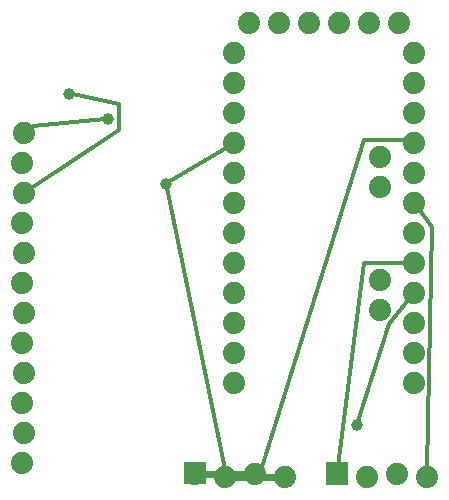
<source format=gtl>
G04 MADE WITH FRITZING*
G04 WWW.FRITZING.ORG*
G04 DOUBLE SIDED*
G04 HOLES PLATED*
G04 CONTOUR ON CENTER OF CONTOUR VECTOR*
%ASAXBY*%
%FSLAX23Y23*%
%MOIN*%
%OFA0B0*%
%SFA1.0B1.0*%
%ADD10C,0.039370*%
%ADD11C,0.074000*%
%ADD12C,0.024000*%
%ADD13C,0.012000*%
%ADD14R,0.001000X0.001000*%
%LNCOPPER1*%
G90*
G70*
G54D10*
X402Y1322D03*
X270Y1406D03*
X1230Y302D03*
X594Y1106D03*
G54D11*
X1371Y1641D03*
X1271Y1641D03*
X1171Y1641D03*
X1071Y1641D03*
X971Y1641D03*
X871Y1641D03*
X1306Y1096D03*
X1306Y1196D03*
X1306Y686D03*
X1306Y786D03*
X1421Y1541D03*
X1421Y1441D03*
X1421Y1341D03*
X1421Y1241D03*
X1421Y1141D03*
X1421Y1041D03*
X1421Y941D03*
X1421Y841D03*
X1421Y741D03*
X1421Y641D03*
X1421Y541D03*
X1421Y441D03*
X821Y441D03*
X821Y541D03*
X821Y641D03*
X821Y741D03*
X821Y841D03*
X821Y941D03*
X821Y1041D03*
X821Y1141D03*
X821Y1241D03*
X821Y1341D03*
X821Y1441D03*
X821Y1541D03*
X121Y1276D03*
X113Y1176D03*
X121Y1076D03*
X113Y976D03*
X121Y876D03*
X113Y776D03*
X121Y676D03*
X113Y576D03*
X121Y476D03*
X113Y376D03*
X121Y276D03*
X113Y176D03*
X121Y1276D03*
X113Y1176D03*
X121Y1076D03*
X113Y976D03*
X121Y876D03*
X113Y776D03*
X121Y676D03*
X113Y576D03*
X121Y476D03*
X113Y376D03*
X121Y276D03*
X113Y176D03*
X692Y139D03*
X792Y129D03*
X892Y139D03*
X992Y129D03*
X692Y139D03*
X792Y129D03*
X892Y139D03*
X992Y129D03*
X1164Y138D03*
X1264Y128D03*
X1364Y138D03*
X1464Y128D03*
X1164Y138D03*
X1264Y128D03*
X1364Y138D03*
X1464Y128D03*
G54D12*
X723Y139D02*
X861Y139D01*
D02*
X823Y129D02*
X961Y129D01*
G54D13*
D02*
X389Y1320D02*
X150Y1298D01*
X150Y1298D02*
X140Y1290D01*
D02*
X141Y1089D02*
X438Y1286D01*
D02*
X438Y1286D02*
X438Y1370D01*
X438Y1370D02*
X283Y1403D01*
D02*
X1436Y1020D02*
X1482Y962D01*
X1482Y962D02*
X1464Y153D01*
D02*
X1395Y841D02*
X1254Y842D01*
X1254Y842D02*
X1167Y163D01*
D02*
X1405Y721D02*
X1338Y638D01*
X1338Y638D02*
X1234Y314D01*
D02*
X1396Y1247D02*
X1386Y1250D01*
X1386Y1250D02*
X1254Y1250D01*
X1254Y1250D02*
X918Y170D01*
X918Y170D02*
X908Y158D01*
D02*
X606Y1113D02*
X799Y1228D01*
D02*
X788Y154D02*
X786Y170D01*
X786Y170D02*
X597Y1092D01*
G54D14*
X655Y177D02*
X728Y177D01*
X655Y176D02*
X728Y176D01*
X1127Y176D02*
X1199Y176D01*
X655Y175D02*
X728Y175D01*
X1126Y175D02*
X1199Y175D01*
X655Y174D02*
X728Y174D01*
X1126Y174D02*
X1199Y174D01*
X655Y173D02*
X728Y173D01*
X1126Y173D02*
X1199Y173D01*
X655Y172D02*
X728Y172D01*
X1126Y172D02*
X1199Y172D01*
X655Y171D02*
X728Y171D01*
X1126Y171D02*
X1199Y171D01*
X655Y170D02*
X728Y170D01*
X1126Y170D02*
X1199Y170D01*
X655Y169D02*
X728Y169D01*
X1126Y169D02*
X1199Y169D01*
X655Y168D02*
X728Y168D01*
X1126Y168D02*
X1199Y168D01*
X655Y167D02*
X728Y167D01*
X1126Y167D02*
X1199Y167D01*
X655Y166D02*
X728Y166D01*
X1126Y166D02*
X1199Y166D01*
X655Y165D02*
X728Y165D01*
X1126Y165D02*
X1199Y165D01*
X655Y164D02*
X728Y164D01*
X1126Y164D02*
X1199Y164D01*
X655Y163D02*
X728Y163D01*
X1126Y163D02*
X1199Y163D01*
X655Y162D02*
X728Y162D01*
X1126Y162D02*
X1199Y162D01*
X655Y161D02*
X728Y161D01*
X1126Y161D02*
X1199Y161D01*
X655Y160D02*
X687Y160D01*
X695Y160D02*
X728Y160D01*
X1126Y160D02*
X1199Y160D01*
X655Y159D02*
X683Y159D01*
X699Y159D02*
X728Y159D01*
X1126Y159D02*
X1161Y159D01*
X1165Y159D02*
X1199Y159D01*
X655Y158D02*
X681Y158D01*
X701Y158D02*
X728Y158D01*
X1126Y158D02*
X1156Y158D01*
X1170Y158D02*
X1199Y158D01*
X655Y157D02*
X679Y157D01*
X703Y157D02*
X728Y157D01*
X1126Y157D02*
X1153Y157D01*
X1172Y157D02*
X1199Y157D01*
X655Y156D02*
X678Y156D01*
X704Y156D02*
X728Y156D01*
X1126Y156D02*
X1152Y156D01*
X1174Y156D02*
X1199Y156D01*
X655Y155D02*
X677Y155D01*
X705Y155D02*
X728Y155D01*
X1126Y155D02*
X1150Y155D01*
X1175Y155D02*
X1199Y155D01*
X655Y154D02*
X676Y154D01*
X706Y154D02*
X728Y154D01*
X1126Y154D02*
X1149Y154D01*
X1177Y154D02*
X1199Y154D01*
X655Y153D02*
X675Y153D01*
X707Y153D02*
X728Y153D01*
X1126Y153D02*
X1148Y153D01*
X1178Y153D02*
X1199Y153D01*
X655Y152D02*
X674Y152D01*
X708Y152D02*
X728Y152D01*
X1126Y152D02*
X1147Y152D01*
X1179Y152D02*
X1199Y152D01*
X655Y151D02*
X674Y151D01*
X708Y151D02*
X728Y151D01*
X1126Y151D02*
X1146Y151D01*
X1179Y151D02*
X1199Y151D01*
X655Y150D02*
X673Y150D01*
X709Y150D02*
X728Y150D01*
X1126Y150D02*
X1146Y150D01*
X1180Y150D02*
X1199Y150D01*
X655Y149D02*
X673Y149D01*
X710Y149D02*
X728Y149D01*
X1126Y149D02*
X1145Y149D01*
X1181Y149D02*
X1199Y149D01*
X655Y148D02*
X672Y148D01*
X710Y148D02*
X728Y148D01*
X1126Y148D02*
X1144Y148D01*
X1181Y148D02*
X1199Y148D01*
X655Y147D02*
X672Y147D01*
X710Y147D02*
X728Y147D01*
X1126Y147D02*
X1144Y147D01*
X1182Y147D02*
X1199Y147D01*
X655Y146D02*
X671Y146D01*
X711Y146D02*
X728Y146D01*
X1126Y146D02*
X1144Y146D01*
X1182Y146D02*
X1199Y146D01*
X655Y145D02*
X671Y145D01*
X711Y145D02*
X728Y145D01*
X1126Y145D02*
X1143Y145D01*
X1182Y145D02*
X1199Y145D01*
X655Y144D02*
X671Y144D01*
X711Y144D02*
X728Y144D01*
X1126Y144D02*
X1143Y144D01*
X1183Y144D02*
X1199Y144D01*
X655Y143D02*
X671Y143D01*
X711Y143D02*
X728Y143D01*
X1126Y143D02*
X1143Y143D01*
X1183Y143D02*
X1199Y143D01*
X655Y142D02*
X671Y142D01*
X711Y142D02*
X728Y142D01*
X1126Y142D02*
X1143Y142D01*
X1183Y142D02*
X1199Y142D01*
X655Y141D02*
X671Y141D01*
X712Y141D02*
X728Y141D01*
X1126Y141D02*
X1143Y141D01*
X1183Y141D02*
X1199Y141D01*
X655Y140D02*
X671Y140D01*
X712Y140D02*
X728Y140D01*
X1126Y140D02*
X1142Y140D01*
X1183Y140D02*
X1199Y140D01*
X655Y139D02*
X671Y139D01*
X711Y139D02*
X728Y139D01*
X1126Y139D02*
X1142Y139D01*
X1183Y139D02*
X1199Y139D01*
X655Y138D02*
X671Y138D01*
X711Y138D02*
X728Y138D01*
X1126Y138D02*
X1142Y138D01*
X1183Y138D02*
X1199Y138D01*
X655Y137D02*
X671Y137D01*
X711Y137D02*
X728Y137D01*
X1126Y137D02*
X1143Y137D01*
X1183Y137D02*
X1199Y137D01*
X655Y136D02*
X671Y136D01*
X711Y136D02*
X728Y136D01*
X1126Y136D02*
X1143Y136D01*
X1183Y136D02*
X1199Y136D01*
X655Y135D02*
X671Y135D01*
X711Y135D02*
X728Y135D01*
X1126Y135D02*
X1143Y135D01*
X1183Y135D02*
X1199Y135D01*
X655Y134D02*
X672Y134D01*
X710Y134D02*
X728Y134D01*
X1126Y134D02*
X1143Y134D01*
X1183Y134D02*
X1199Y134D01*
X655Y133D02*
X672Y133D01*
X710Y133D02*
X728Y133D01*
X1126Y133D02*
X1143Y133D01*
X1182Y133D02*
X1199Y133D01*
X655Y132D02*
X673Y132D01*
X710Y132D02*
X728Y132D01*
X1126Y132D02*
X1144Y132D01*
X1182Y132D02*
X1199Y132D01*
X655Y131D02*
X673Y131D01*
X709Y131D02*
X728Y131D01*
X1126Y131D02*
X1144Y131D01*
X1182Y131D02*
X1199Y131D01*
X655Y130D02*
X674Y130D01*
X709Y130D02*
X728Y130D01*
X1126Y130D02*
X1145Y130D01*
X1181Y130D02*
X1199Y130D01*
X655Y129D02*
X674Y129D01*
X708Y129D02*
X728Y129D01*
X1126Y129D02*
X1145Y129D01*
X1180Y129D02*
X1199Y129D01*
X655Y128D02*
X675Y128D01*
X707Y128D02*
X728Y128D01*
X1126Y128D02*
X1146Y128D01*
X1180Y128D02*
X1199Y128D01*
X655Y127D02*
X676Y127D01*
X706Y127D02*
X728Y127D01*
X1126Y127D02*
X1147Y127D01*
X1179Y127D02*
X1199Y127D01*
X655Y126D02*
X677Y126D01*
X705Y126D02*
X728Y126D01*
X1126Y126D02*
X1147Y126D01*
X1178Y126D02*
X1199Y126D01*
X655Y125D02*
X678Y125D01*
X704Y125D02*
X728Y125D01*
X1126Y125D02*
X1148Y125D01*
X1177Y125D02*
X1199Y125D01*
X655Y124D02*
X679Y124D01*
X703Y124D02*
X728Y124D01*
X1126Y124D02*
X1149Y124D01*
X1176Y124D02*
X1199Y124D01*
X655Y123D02*
X681Y123D01*
X701Y123D02*
X728Y123D01*
X1126Y123D02*
X1151Y123D01*
X1175Y123D02*
X1199Y123D01*
X655Y122D02*
X683Y122D01*
X699Y122D02*
X728Y122D01*
X1126Y122D02*
X1152Y122D01*
X1173Y122D02*
X1199Y122D01*
X655Y121D02*
X686Y121D01*
X696Y121D02*
X728Y121D01*
X1126Y121D02*
X1154Y121D01*
X1172Y121D02*
X1199Y121D01*
X655Y120D02*
X728Y120D01*
X1126Y120D02*
X1157Y120D01*
X1169Y120D02*
X1199Y120D01*
X655Y119D02*
X728Y119D01*
X1126Y119D02*
X1199Y119D01*
X655Y118D02*
X728Y118D01*
X1126Y118D02*
X1199Y118D01*
X655Y117D02*
X728Y117D01*
X1126Y117D02*
X1199Y117D01*
X655Y116D02*
X728Y116D01*
X1126Y116D02*
X1199Y116D01*
X655Y115D02*
X728Y115D01*
X1126Y115D02*
X1199Y115D01*
X655Y114D02*
X728Y114D01*
X1126Y114D02*
X1199Y114D01*
X655Y113D02*
X728Y113D01*
X1126Y113D02*
X1199Y113D01*
X655Y112D02*
X728Y112D01*
X1126Y112D02*
X1199Y112D01*
X655Y111D02*
X728Y111D01*
X1126Y111D02*
X1199Y111D01*
X655Y110D02*
X728Y110D01*
X1126Y110D02*
X1199Y110D01*
X655Y109D02*
X728Y109D01*
X1126Y109D02*
X1199Y109D01*
X655Y108D02*
X728Y108D01*
X1126Y108D02*
X1199Y108D01*
X655Y107D02*
X728Y107D01*
X1126Y107D02*
X1199Y107D01*
X655Y106D02*
X728Y106D01*
X1126Y106D02*
X1199Y106D01*
X655Y105D02*
X728Y105D01*
X1126Y105D02*
X1199Y105D01*
X655Y104D02*
X728Y104D01*
X1126Y104D02*
X1199Y104D01*
X1126Y103D02*
X1199Y103D01*
D02*
G04 End of Copper1*
M02*
</source>
